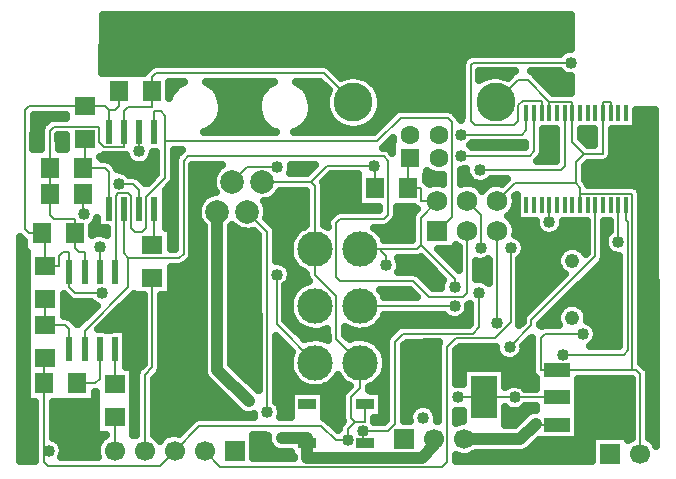
<source format=gbr>
G04 DipTrace 2.4.0.2*
%INBottom.gbr*%
%MOIN*%
%ADD14C,0.006*%
%ADD15C,0.0394*%
%ADD16C,0.025*%
%ADD17R,0.088X0.048*%
%ADD18R,0.0866X0.1417*%
%ADD19R,0.0669X0.0669*%
%ADD20C,0.0669*%
%ADD21R,0.063X0.0709*%
%ADD22R,0.0709X0.063*%
%ADD25R,0.0118X0.0551*%
%ADD26R,0.0689X0.0689*%
%ADD27C,0.0689*%
%ADD28R,0.0236X0.0787*%
%ADD29C,0.1181*%
%ADD30C,0.0787*%
%ADD34R,0.0591X0.0354*%
%ADD35R,0.063X0.063*%
%ADD36C,0.063*%
%ADD37C,0.1299*%
%ADD38C,0.048*%
%ADD39C,0.04*%
%FSLAX44Y44*%
G04*
G70*
G90*
G75*
G01*
%LNBottom*%
%LPD*%
X18262Y12074D2*
D14*
X18747Y12559D1*
Y15722D1*
X18608Y15861D1*
X17041D1*
X16253Y15073D1*
X9181D1*
Y13849D1*
X8542Y13210D1*
Y12179D1*
X8403Y12040D1*
X8181D1*
X8042Y12179D1*
Y13253D1*
X7962Y13333D1*
X7620D1*
X7542Y13255D1*
Y10701D1*
X7508D1*
X9181Y15073D2*
Y15929D1*
X9042Y16068D1*
X8821D1*
Y15388D1*
X7085Y10021D2*
X6188D1*
X5997Y10212D1*
Y10701D1*
X16559Y10940D2*
Y11249D1*
X16390Y11419D1*
Y11472D1*
X17574D1*
X17713Y11611D1*
X18855Y10468D1*
Y10205D1*
X14190Y7690D2*
X12902Y8978D1*
Y10631D1*
X6514Y16241D2*
X7176D1*
X7315Y16102D1*
X7500D1*
X7639Y16241D1*
Y16741D1*
X15690Y11472D2*
X16390D1*
X7315Y16102D2*
X7309Y15388D1*
X5065Y12004D2*
X4641D1*
X4502Y12143D1*
Y16102D1*
X4641Y16241D1*
X6514D1*
X5190Y10919D2*
Y12004D1*
X5065D1*
X5997Y10701D2*
Y11381D1*
X5792D1*
X5653Y11242D1*
Y10919D1*
X5190D1*
X20838Y6535D2*
X22254D1*
X19817D2*
X20838D1*
X18956D2*
X19817D1*
X18262Y13074D2*
X17713Y12525D1*
Y11611D1*
X17289Y13505D2*
X17713D1*
Y13074D1*
X18262D1*
X17339Y14511D2*
X17289Y14461D1*
Y13505D1*
X19684Y14114D2*
X22367D1*
X22506Y14253D1*
Y16012D1*
X19262Y12074D2*
Y10030D1*
X19123Y9891D1*
X17984D1*
X17457Y10418D1*
X15029D1*
X14890Y10557D1*
Y12348D1*
X15029Y12487D1*
X16471D1*
X16610Y12626D1*
Y14430D1*
X16471Y14569D1*
X9939D1*
X9800Y14430D1*
Y11331D1*
X9661Y11193D1*
X7954D1*
Y10216D1*
X6500Y8762D1*
Y8142D1*
X7954Y11193D2*
X7813Y11333D1*
Y12829D1*
X19715Y11521D2*
Y12621D1*
X19262Y13074D1*
X20262Y12074D2*
Y9002D1*
X20240D1*
X22254Y7441D2*
X24745D1*
X24890D1*
X25029Y7302D1*
Y4653D1*
X23108Y8643D2*
X21844D1*
X21705Y8504D1*
Y7441D1*
X22254D1*
X6500Y10701D2*
Y11381D1*
X6306D1*
X6167Y11520D1*
Y12004D1*
X15690Y7692D2*
Y6854D1*
X15377Y6541D1*
Y5864D1*
X15516Y5725D1*
X15281Y5489D1*
Y5106D1*
X16137Y14260D2*
X14591D1*
X14051Y13720D1*
X14190Y13581D1*
Y11470D1*
X5150Y7004D2*
Y7839D1*
X5190D1*
X9503Y4753D2*
X9004Y4254D1*
X5289D1*
X5150Y4393D1*
Y4756D1*
Y7004D1*
X15281Y5106D2*
X14865D1*
X14392Y5579D1*
X10329D1*
X9503Y4753D1*
X15516Y5725D2*
X15860D1*
Y6299D1*
X14190Y11470D2*
Y10629D1*
X14890Y9930D1*
Y8493D1*
X15690Y7692D1*
X14051Y13720D2*
X12427D1*
X16186Y13505D2*
X16167D1*
Y14230D1*
X16137Y14260D1*
X8741Y16741D2*
Y17205D1*
X8880Y17344D1*
X14483D1*
X15461Y16365D1*
X7813Y15388D2*
Y16066D1*
X7954Y16207D1*
X8741D1*
Y16741D1*
X5338Y14190D2*
Y15424D1*
X5477Y15563D1*
X6977D1*
Y15059D1*
X7140Y14896D1*
X7813D1*
Y15388D1*
X5338Y13315D2*
Y14190D1*
X6167Y12004D2*
Y12467D1*
X5477D1*
X5338Y12606D1*
Y13315D1*
X5300Y4756D2*
X5150D1*
X24745Y7441D2*
Y13326D1*
X23018D1*
Y13528D1*
X22879Y13667D1*
X20854D1*
X20262Y13074D1*
X20201Y16365D2*
X20959Y17124D1*
X21267D1*
X21994Y16397D1*
X22762D1*
Y16012D1*
X23018Y13326D2*
Y12941D1*
X22762Y16012D2*
Y15049D1*
X23157Y14654D1*
X22879Y14376D1*
Y13667D1*
X21994Y16397D2*
Y16012D1*
X23157Y14654D2*
X23786D1*
Y16012D1*
Y16397D1*
X24042D1*
Y16012D1*
X24297Y11717D2*
Y12941D1*
X22700Y17696D2*
X19459D1*
X19365Y17603D1*
Y15746D1*
X19504Y15607D1*
X20820D1*
X20959Y15746D1*
Y16268D1*
X21098Y16407D1*
X21738D1*
Y16012D1*
X22453Y7960D2*
X24467D1*
X24606Y8099D1*
Y12391D1*
X24553Y12444D1*
Y12941D1*
X19056Y15298D2*
X21088D1*
X21227Y15437D1*
Y16012D1*
X19056Y14593D2*
X21344D1*
X21482Y14732D1*
Y16012D1*
X20668Y8214D2*
X21394Y8940D1*
Y9100D1*
X23530Y11236D1*
Y12941D1*
X21994Y12387D2*
Y12941D1*
X6252Y7004D2*
X6863D1*
X7004Y7145D1*
Y8142D1*
X7633Y13649D2*
X8130D1*
X8317Y13461D1*
Y12829D1*
X6476Y12637D2*
X6440Y12673D1*
Y13315D1*
X5190Y9816D2*
Y8941D1*
X5863D1*
X5997Y8808D1*
Y8142D1*
X6514Y15139D2*
Y14190D1*
X6440D1*
X7176D1*
X7309Y14057D1*
Y12829D1*
X8764Y11616D2*
X8821D1*
Y12829D1*
X7508Y8142D2*
X7503Y6980D1*
X7004Y10701D2*
X7002Y11551D1*
X8315Y14739D2*
X8317Y15388D1*
X10503Y4753D2*
X11031Y4225D1*
X18431D1*
X18589Y4383D1*
Y8229D1*
X18882Y8522D1*
X20193D1*
X20702Y9032D1*
Y11521D1*
X7503Y5878D2*
Y4753D1*
X18833Y9582D2*
X15690D1*
X19641Y10024D2*
Y8870D1*
X19432Y8661D1*
X17113D1*
X16848Y8396D1*
Y5658D1*
X16605Y5415D1*
X15795D1*
Y5000D1*
X15860D1*
X8503Y4753D2*
Y7274D1*
X8764Y7535D1*
Y10514D1*
X11927Y12720D2*
X12593Y12054D1*
Y6033D1*
X12930Y14222D2*
X11930D1*
X11427Y13720D1*
X22254Y5630D2*
X21566D1*
X21535Y5660D1*
D15*
X21025Y5149D1*
X19159D1*
X11975Y6406D2*
X10927Y7454D1*
Y12720D1*
X13082Y5168D2*
X13931D1*
Y5000D1*
Y4531D1*
X17740D1*
X18159Y4949D1*
Y5149D1*
D39*
X5300Y4756D3*
X17788Y5848D3*
X12902Y10631D3*
X7085Y10021D3*
X20838Y6535D3*
X16559Y10940D3*
X18956Y6535D3*
X18855Y10205D3*
X19715Y11521D3*
X20240Y9002D3*
X15281Y5106D3*
X23108Y8643D3*
X16137Y14260D3*
X6476Y12637D3*
X7633Y13649D3*
X7002Y11551D3*
X8315Y14739D3*
X20702Y11521D3*
X18833Y9582D3*
X19641Y10024D3*
X15795Y5415D3*
X19684Y14114D3*
X12593Y6033D3*
X12930Y14222D3*
X21535Y5660D3*
X11975Y6406D3*
X13082Y5168D3*
X24297Y11717D3*
X22700Y17696D3*
X22453Y7960D3*
X19056Y15298D3*
Y14593D3*
X20668Y8214D3*
X21994Y12387D3*
X7125Y19023D2*
D16*
X22689D1*
X7121Y18774D2*
X22689D1*
X7121Y18525D2*
X22689D1*
X7121Y18277D2*
X22685D1*
X7121Y18028D2*
X22349D1*
X7118Y17779D2*
X19103D1*
X7118Y17531D2*
X8626D1*
X14739D2*
X19044D1*
X14985Y17282D2*
X19044D1*
X19684D2*
X20677D1*
X21551D2*
X22466D1*
X9348Y17033D2*
X9759D1*
X10598D2*
X12759D1*
X13598D2*
X14353D1*
X16110D2*
X19044D1*
X21801D2*
X22677D1*
X9348Y16785D2*
X9446D1*
X10907D2*
X12446D1*
X13907D2*
X14599D1*
X16297D2*
X19044D1*
X22047D2*
X22677D1*
X11051Y16536D2*
X12306D1*
X14051D2*
X14536D1*
X16383D2*
X19044D1*
X11106Y16287D2*
X12251D1*
X14106D2*
X14525D1*
X16399D2*
X19044D1*
X11090Y16039D2*
X12267D1*
X14090D2*
X14583D1*
X16340D2*
X16775D1*
X18871D2*
X19047D1*
X24903D2*
X25501D1*
X4821Y15790D2*
X5263D1*
X10996D2*
X12357D1*
X13996D2*
X14724D1*
X16196D2*
X16529D1*
X24903D2*
X25501D1*
X4821Y15541D2*
X5044D1*
X10801D2*
X12552D1*
X13801D2*
X15040D1*
X15883D2*
X16279D1*
X24903D2*
X25505D1*
X4821Y15293D2*
X5017D1*
X21801D2*
X22185D1*
X23082D2*
X23466D1*
X24106D2*
X25505D1*
X4821Y15044D2*
X5017D1*
X5657D2*
X5868D1*
X21801D2*
X22185D1*
X23207D2*
X23466D1*
X24106D2*
X25505D1*
X21801Y14795D2*
X22185D1*
X24106D2*
X25505D1*
X7043Y14546D2*
X7868D1*
X8762D2*
X8860D1*
X21735D2*
X22185D1*
X24086D2*
X25505D1*
X7512Y14298D2*
X8142D1*
X8489D2*
X8861D1*
X23243D2*
X25509D1*
X7895Y14049D2*
X8861D1*
X10121D2*
X10833D1*
X13387D2*
X13939D1*
X19067D2*
X19200D1*
X23200D2*
X25509D1*
X8418Y13800D2*
X8689D1*
X10121D2*
X10747D1*
X14575D2*
X15583D1*
X17895D2*
X18427D1*
X19067D2*
X19318D1*
X20051D2*
X20544D1*
X23200D2*
X25509D1*
X9325Y13552D2*
X9482D1*
X10121D2*
X10767D1*
X14508D2*
X15583D1*
X19664D2*
X19857D1*
X24961D2*
X25509D1*
X9231Y13303D2*
X9482D1*
X10121D2*
X10599D1*
X12961D2*
X13868D1*
X14508D2*
X15583D1*
X25067D2*
X25509D1*
X9231Y13054D2*
X9482D1*
X10121D2*
X10337D1*
X12520D2*
X13868D1*
X14508D2*
X15583D1*
X25067D2*
X25513D1*
X9231Y12806D2*
X9482D1*
X10121D2*
X10252D1*
X12606D2*
X13868D1*
X14508D2*
X16290D1*
X16930D2*
X17552D1*
X25067D2*
X25513D1*
X9231Y12557D2*
X9482D1*
X10121D2*
X10267D1*
X12590D2*
X13868D1*
X14508D2*
X14658D1*
X16922D2*
X17396D1*
X20657D2*
X20876D1*
X25067D2*
X25513D1*
X9231Y12308D2*
X9482D1*
X10121D2*
X10388D1*
X12782D2*
X13868D1*
X16735D2*
X17392D1*
X20848D2*
X21513D1*
X22477D2*
X23208D1*
X23848D2*
X23978D1*
X25067D2*
X25513D1*
X6774Y12060D2*
X7224D1*
X10121D2*
X10443D1*
X11414D2*
X12146D1*
X12914D2*
X13544D1*
X16336D2*
X17392D1*
X20895D2*
X21638D1*
X22348D2*
X23208D1*
X23848D2*
X23958D1*
X25067D2*
X25513D1*
X10121Y11811D2*
X10443D1*
X11414D2*
X12275D1*
X12914D2*
X13380D1*
X16500D2*
X17392D1*
X21090D2*
X23208D1*
X25067D2*
X25517D1*
X4368Y11562D2*
X4464D1*
X10121D2*
X10443D1*
X11414D2*
X12275D1*
X12914D2*
X13314D1*
X21192D2*
X22579D1*
X22938D2*
X23208D1*
X25067D2*
X25517D1*
X4368Y11314D2*
X4547D1*
X10118D2*
X10443D1*
X11414D2*
X12275D1*
X12914D2*
X13325D1*
X18454D2*
X18943D1*
X21145D2*
X22286D1*
X23848D2*
X24044D1*
X25067D2*
X25517D1*
X4368Y11065D2*
X4547D1*
X9977D2*
X10443D1*
X11414D2*
X12275D1*
X13094D2*
X13411D1*
X17032D2*
X17818D1*
X18700D2*
X18943D1*
X19829D2*
X19943D1*
X21024D2*
X22232D1*
X23793D2*
X24286D1*
X25067D2*
X25517D1*
X4368Y10816D2*
X4547D1*
X9407D2*
X10443D1*
X11414D2*
X12275D1*
X13352D2*
X13614D1*
X17032D2*
X18064D1*
X19582D2*
X19943D1*
X21024D2*
X22306D1*
X23551D2*
X24286D1*
X25067D2*
X25517D1*
X4368Y10567D2*
X4547D1*
X9407D2*
X10443D1*
X11414D2*
X12275D1*
X13387D2*
X13876D1*
X17750D2*
X18314D1*
X19582D2*
X19943D1*
X21024D2*
X22419D1*
X23305D2*
X24286D1*
X25067D2*
X25517D1*
X4368Y10319D2*
X4547D1*
X9407D2*
X10443D1*
X11414D2*
X12275D1*
X13270D2*
X13736D1*
X17996D2*
X18380D1*
X21024D2*
X22169D1*
X23055D2*
X24286D1*
X25067D2*
X25521D1*
X4371Y10070D2*
X4547D1*
X9407D2*
X10443D1*
X11414D2*
X12275D1*
X13223D2*
X13466D1*
X16418D2*
X17364D1*
X21024D2*
X21923D1*
X22805D2*
X24286D1*
X25067D2*
X25521D1*
X4371Y9821D2*
X4547D1*
X5832D2*
X5946D1*
X8000D2*
X8443D1*
X9082D2*
X10443D1*
X11414D2*
X12275D1*
X13223D2*
X13345D1*
X21024D2*
X21673D1*
X22559D2*
X24286D1*
X25067D2*
X25521D1*
X4371Y9573D2*
X4547D1*
X5832D2*
X6868D1*
X7754D2*
X8443D1*
X9082D2*
X10443D1*
X11414D2*
X12275D1*
X13223D2*
X13310D1*
X21024D2*
X21423D1*
X22309D2*
X22414D1*
X23102D2*
X24286D1*
X25067D2*
X25521D1*
X4371Y9324D2*
X4547D1*
X5832D2*
X6622D1*
X7504D2*
X8443D1*
X9082D2*
X10443D1*
X11414D2*
X12275D1*
X13223D2*
X13349D1*
X19243D2*
X19324D1*
X21024D2*
X21173D1*
X22059D2*
X22251D1*
X23270D2*
X24286D1*
X25067D2*
X25521D1*
X4371Y9075D2*
X4547D1*
X6172D2*
X6372D1*
X7254D2*
X8443D1*
X9082D2*
X10443D1*
X11414D2*
X12275D1*
X13246D2*
X13474D1*
X16403D2*
X19321D1*
X21813D2*
X22239D1*
X23305D2*
X24286D1*
X25067D2*
X25525D1*
X4371Y8827D2*
X4547D1*
X7008D2*
X8443D1*
X9082D2*
X10443D1*
X11414D2*
X12275D1*
X13496D2*
X13759D1*
X16118D2*
X16837D1*
X23559D2*
X24286D1*
X25067D2*
X25525D1*
X4371Y8578D2*
X4547D1*
X7914D2*
X8443D1*
X9082D2*
X10443D1*
X11414D2*
X12275D1*
X13743D2*
X14571D1*
X15246D2*
X16591D1*
X23594D2*
X24286D1*
X25067D2*
X25525D1*
X4371Y8329D2*
X4547D1*
X7914D2*
X8443D1*
X9082D2*
X10443D1*
X11414D2*
X12275D1*
X12914D2*
X13111D1*
X16286D2*
X16529D1*
X17223D2*
X18286D1*
X21227D2*
X21384D1*
X23477D2*
X24286D1*
X25067D2*
X25525D1*
X4375Y8081D2*
X4547D1*
X7914D2*
X8443D1*
X9082D2*
X10443D1*
X11414D2*
X12275D1*
X12914D2*
X13357D1*
X17168D2*
X18267D1*
X18907D2*
X20196D1*
X21137D2*
X21384D1*
X25067D2*
X25525D1*
X4375Y7832D2*
X4547D1*
X7914D2*
X8443D1*
X9082D2*
X10443D1*
X11414D2*
X12275D1*
X12914D2*
X13321D1*
X17168D2*
X18267D1*
X18907D2*
X20380D1*
X20957D2*
X21384D1*
X25067D2*
X25529D1*
X4375Y7583D2*
X4547D1*
X7914D2*
X8372D1*
X9082D2*
X10443D1*
X11477D2*
X12275D1*
X12914D2*
X13318D1*
X17168D2*
X18267D1*
X18907D2*
X21384D1*
X25188D2*
X25529D1*
X4375Y7335D2*
X4547D1*
X9004D2*
X10458D1*
X11723D2*
X12275D1*
X12914D2*
X13388D1*
X17168D2*
X18267D1*
X18907D2*
X19095D1*
X20539D2*
X21404D1*
X25348D2*
X25529D1*
X4375Y7086D2*
X4547D1*
X8825D2*
X10618D1*
X11973D2*
X12275D1*
X12914D2*
X13560D1*
X14821D2*
X15064D1*
X16317D2*
X16529D1*
X17168D2*
X18267D1*
X18907D2*
X19095D1*
X20539D2*
X21525D1*
X22985D2*
X24708D1*
X25348D2*
X25529D1*
X4375Y6837D2*
X4547D1*
X8825D2*
X10868D1*
X12914D2*
X14103D1*
X14278D2*
X15232D1*
X16008D2*
X16529D1*
X17168D2*
X18267D1*
X21215D2*
X21525D1*
X22985D2*
X24708D1*
X25348D2*
X25529D1*
X4375Y6588D2*
X4547D1*
X8825D2*
X11114D1*
X12914D2*
X13345D1*
X14516D2*
X15060D1*
X16446D2*
X16530D1*
X17168D2*
X18267D1*
X22985D2*
X24708D1*
X25348D2*
X25532D1*
X4375Y6340D2*
X4829D1*
X5469D2*
X6857D1*
X8825D2*
X11364D1*
X12969D2*
X13345D1*
X14516D2*
X15056D1*
X16446D2*
X16530D1*
X17168D2*
X18267D1*
X22985D2*
X24708D1*
X25348D2*
X25532D1*
X4375Y6091D2*
X4829D1*
X5469D2*
X6857D1*
X8825D2*
X11607D1*
X13079D2*
X13345D1*
X14516D2*
X15056D1*
X16446D2*
X16530D1*
X17168D2*
X17368D1*
X20539D2*
X20674D1*
X21000D2*
X21337D1*
X22985D2*
X24708D1*
X25348D2*
X25532D1*
X4379Y5842D2*
X4829D1*
X5469D2*
X6857D1*
X8825D2*
X10173D1*
X14551D2*
X15060D1*
X16180D2*
X16529D1*
X17168D2*
X17299D1*
X18907D2*
X19095D1*
X20539D2*
X21040D1*
X22985D2*
X24708D1*
X25348D2*
X25532D1*
X4379Y5594D2*
X4829D1*
X5469D2*
X6857D1*
X8825D2*
X9904D1*
X14821D2*
X14982D1*
X22985D2*
X24708D1*
X25348D2*
X25532D1*
X4379Y5345D2*
X4829D1*
X5469D2*
X6857D1*
X8825D2*
X9384D1*
X22985D2*
X24708D1*
X25348D2*
X25536D1*
X4379Y5096D2*
X4829D1*
X5641D2*
X6986D1*
X12129D2*
X12599D1*
X21649D2*
X23404D1*
X25457D2*
X25537D1*
X4379Y4848D2*
X4818D1*
X5782D2*
X6888D1*
X12129D2*
X12720D1*
X21403D2*
X23404D1*
X4379Y4599D2*
X4829D1*
X5762D2*
X6900D1*
X12129D2*
X13345D1*
X19422D2*
X23404D1*
X22959Y7145D2*
X22955Y6936D1*
X22959Y6665D1*
X22955Y6030D1*
X22959Y5760D1*
Y5125D1*
X21650D1*
X21352Y4823D1*
X21252Y4748D1*
X21100Y4694D1*
X20775Y4688D1*
X19545D1*
X19461Y4632D1*
X19348Y4580D1*
X19226Y4554D1*
X19101Y4553D1*
X18979Y4578D1*
X18882Y4620D1*
X18884Y4410D1*
X23430Y4407D1*
X23429Y5252D1*
X24629D1*
Y5100D1*
X24737Y5174D1*
X24734Y6403D1*
Y7149D1*
X23370Y7146D1*
X22960D1*
X22959Y6915D1*
X21550Y6936D2*
X21549Y7190D1*
X21484Y7245D1*
X21423Y7358D1*
X21410Y7441D1*
X21411Y8508D1*
X21338Y8466D1*
X21131Y8259D1*
X21133Y8214D1*
X21117Y8090D1*
X21068Y7975D1*
X20990Y7878D1*
X20889Y7805D1*
X20773Y7761D1*
X20649Y7749D1*
X20526Y7771D1*
X20414Y7825D1*
X20319Y7906D1*
X20250Y8010D1*
X20211Y8128D1*
X20206Y8226D1*
X19002Y8227D1*
X18884Y8104D1*
Y6991D1*
X19015Y6997D1*
X19117Y6969D1*
X19119Y7509D1*
X20515D1*
Y6872D1*
X20653Y6962D1*
X20773Y6996D1*
X20897Y6997D1*
X21018Y6964D1*
X21125Y6901D1*
X21193Y6831D1*
X21553Y6830D1*
X21549Y7040D1*
X21553D1*
X21549Y6128D2*
Y6237D1*
X21196Y6240D1*
X21160Y6200D1*
X21059Y6126D1*
X20943Y6082D1*
X20818Y6071D1*
X20696Y6093D1*
X20583Y6146D1*
X20516Y6205D1*
X20515Y5609D1*
X20835Y5611D1*
X21243Y6022D1*
X21350Y6086D1*
X21470Y6120D1*
X21549Y6125D1*
X21553Y6135D1*
X19119Y5745D2*
Y6097D1*
X19061Y6082D1*
X18937Y6071D1*
X18887Y6080D1*
X18884Y5678D1*
X18962Y5716D1*
X19119Y5745D1*
X12103Y5286D2*
Y4521D1*
X13472Y4520D1*
X13469Y4558D1*
X13371D1*
Y4710D1*
X13063Y4704D1*
X12940Y4726D1*
X12828Y4779D1*
X12733Y4861D1*
X12664Y4965D1*
X12625Y5083D1*
X12619Y5208D1*
X12627Y5242D1*
X12517Y5284D1*
X12099D1*
X9003Y5080D2*
X9094Y5191D1*
X9193Y5266D1*
X9306Y5319D1*
X9428Y5348D1*
X9553Y5351D1*
X9664Y5330D1*
X10120Y5788D1*
X10228Y5856D1*
X10329Y5874D1*
X12153D1*
X12135Y5968D1*
X12080Y5953D1*
X11956Y5942D1*
X11833Y5963D1*
X11721Y6017D1*
X11560Y6168D1*
X10601Y7128D1*
X10525Y7227D1*
X10472Y7379D1*
X10466Y7704D1*
Y12247D1*
X10413Y12308D1*
X10345Y12413D1*
X10297Y12528D1*
X10272Y12651D1*
X10271Y12775D1*
X10293Y12898D1*
X10339Y13015D1*
X10405Y13120D1*
X10490Y13212D1*
X10590Y13286D1*
X10703Y13339D1*
X10867Y13373D1*
X10797Y13528D1*
X10772Y13651D1*
X10771Y13775D1*
X10793Y13898D1*
X10839Y14015D1*
X10905Y14120D1*
X10990Y14212D1*
X11075Y14274D1*
X10092D1*
X10095Y12430D1*
Y11331D1*
X10066Y11207D1*
X10008Y11123D1*
X9869Y10984D1*
X9761Y10916D1*
X9661Y10897D1*
X9383D1*
Y9934D1*
X9059D1*
Y7535D1*
X9031Y7410D1*
X8973Y7326D1*
X8798Y7149D1*
Y5278D1*
X8893Y5208D1*
X8979Y5118D1*
X9001Y5081D1*
X6942Y4550D2*
X6918Y4621D1*
X6904Y4744D1*
X6915Y4869D1*
X6951Y4988D1*
X7012Y5097D1*
X7094Y5191D1*
X7211Y5275D1*
X7122Y5298D1*
X6883D1*
X6887Y6458D1*
X6883Y6401D1*
Y6709D1*
X6836D1*
X6832Y6384D1*
X5673Y6388D1*
X5730Y6384D1*
X5445Y6379D1*
Y5195D1*
X5479Y5185D1*
X5587Y5122D1*
X5673Y5032D1*
X5734Y4923D1*
X5765Y4756D1*
X5748Y4632D1*
X5713Y4550D1*
X6941Y4549D1*
X17869Y13933D2*
Y13754D1*
X17956Y13672D1*
X18022Y13634D1*
X18141Y13672D1*
X18265Y13684D1*
X18389Y13670D1*
X18452Y13650D1*
Y13946D1*
X18359Y13932D1*
X18234Y13938D1*
X18114Y13970D1*
X18003Y14028D1*
X17919Y14091D1*
Y13931D1*
X17868D1*
X17482Y12886D2*
X16904D1*
X16905Y12626D1*
X16877Y12501D1*
X16819Y12417D1*
X16680Y12278D1*
X16572Y12210D1*
X16471Y12192D1*
X16155D1*
X16237Y12129D1*
X16327Y12043D1*
X16404Y11944D1*
X16465Y11835D1*
X16491Y11766D1*
X17417Y11767D1*
Y12525D1*
X17446Y12649D1*
X17504Y12734D1*
X17578Y12808D1*
X17489Y12882D1*
X16317Y12886D2*
X15606D1*
Y13968D1*
X14711Y13965D1*
X14455Y13706D1*
X14481Y13632D1*
X14485Y13331D1*
Y12272D1*
X14598Y12220D1*
X14595Y12348D1*
X14623Y12472D1*
X14681Y12556D1*
X14820Y12695D1*
X14928Y12763D1*
X15029Y12782D1*
X16314D1*
X16315Y12887D1*
X4730Y6384D2*
X4570D1*
X4574Y7623D1*
X4571Y8009D1*
X4575Y8419D1*
X4571Y8361D1*
X4575Y9521D1*
X4571Y9611D1*
X4575Y10396D1*
X4571Y10339D1*
Y11382D1*
X4485Y11384D1*
Y11755D1*
X4433Y11795D1*
X4343Y11885D1*
X4356Y4427D1*
X4852D1*
X4855Y4623D1*
X4843Y4671D1*
X4836Y4795D1*
X4856Y4882D1*
X4855Y6384D1*
X4730D1*
X5806Y9521D2*
X5809Y9236D1*
X5863D1*
X5988Y9208D1*
X6072Y9150D1*
X6242Y8971D1*
X6292D1*
X6913Y9592D1*
X6830Y9632D1*
X6730Y9723D1*
X6188Y9725D1*
X6064Y9754D1*
X5980Y9812D1*
X5811Y9980D1*
X5809Y9236D1*
X5860Y14806D2*
X5883Y14809D1*
X5895D1*
Y15266D1*
X5630Y15268D1*
X5633Y14809D1*
X5883D1*
X4801D2*
X5043Y14815D1*
Y15424D1*
X5071Y15548D1*
X5129Y15632D1*
X5268Y15771D1*
X5376Y15839D1*
X5477Y15858D1*
X5895D1*
X5889Y15946D1*
X4799D1*
X4797Y14809D1*
X8118Y6458D2*
X8122Y6208D1*
Y5298D1*
X8208Y5273D1*
Y6378D1*
X7895Y7560D2*
X8122D1*
X8118Y6401D1*
X8208Y6378D1*
Y7274D1*
X8236Y7398D1*
X8294Y7482D1*
X8469Y7660D1*
Y9937D1*
X8145Y9934D1*
Y9993D1*
X6956Y8800D1*
X7387Y8797D1*
X7500Y8801D1*
X7891D1*
Y7563D1*
X9203Y12196D2*
X9383D1*
Y11489D1*
X9505Y11488D1*
Y14430D1*
X9533Y14554D1*
X9591Y14638D1*
X9733Y14779D1*
X9475Y14778D1*
X9476Y13849D1*
X9448Y13725D1*
X9390Y13641D1*
X9205Y13456D1*
X9204Y12198D1*
X7094Y17361D2*
X8219Y17357D1*
X8161Y17361D1*
X8493D1*
X8533Y17413D1*
X8672Y17552D1*
X8780Y17620D1*
X8880Y17639D1*
X14483D1*
X14607Y17610D1*
X14691Y17552D1*
X15059Y17185D1*
X15157Y17228D1*
X15277Y17261D1*
X15401Y17278D1*
X15526D1*
X15650Y17260D1*
X15770Y17226D1*
X15884Y17176D1*
X15991Y17111D1*
X16087Y17031D1*
X16172Y16940D1*
X16244Y16838D1*
X16301Y16726D1*
X16342Y16609D1*
X16367Y16486D1*
X16375Y16365D1*
X16367Y16241D1*
X16341Y16118D1*
X16300Y16001D1*
X16242Y15890D1*
X16170Y15788D1*
X16085Y15697D1*
X15988Y15618D1*
X15881Y15553D1*
X15766Y15503D1*
X15646Y15470D1*
X15522Y15453D1*
X15397D1*
X15274Y15470D1*
X15153Y15504D1*
X15039Y15554D1*
X14932Y15619D1*
X14836Y15698D1*
X14750Y15789D1*
X14679Y15892D1*
X14621Y16003D1*
X14580Y16120D1*
X14555Y16243D1*
X14546Y16367D1*
X14555Y16492D1*
X14581Y16614D1*
X14643Y16770D1*
X14360Y17049D1*
X13541Y17048D1*
X13641Y16996D1*
X13743Y16925D1*
X13835Y16840D1*
X13914Y16744D1*
X13980Y16637D1*
X14029Y16523D1*
X14063Y16403D1*
X14082Y16220D1*
X14073Y16095D1*
X14048Y15973D1*
X14005Y15855D1*
X13947Y15745D1*
X13874Y15643D1*
X13788Y15553D1*
X13691Y15475D1*
X13583Y15411D1*
X13479Y15367D1*
X16132Y15370D1*
X16832Y16070D1*
X16940Y16138D1*
X17041Y16156D1*
X18608D1*
X18732Y16128D1*
X18816Y16070D1*
X18955Y15931D1*
X19023Y15823D1*
X19037Y15772D1*
X19070Y15871D1*
Y17603D1*
X19098Y17727D1*
X19129Y17780D1*
X19250Y17905D1*
X19321Y17957D1*
X19407Y17987D1*
X19709Y17992D1*
X22337D1*
X22407Y18058D1*
X22514Y18123D1*
X22634Y18157D1*
X22708D1*
X22716Y19272D1*
X7100Y19269D1*
X7093Y17359D1*
X9321Y17052D2*
Y16513D1*
X9363Y16614D1*
X9425Y16722D1*
X9501Y16821D1*
X9591Y16908D1*
X9691Y16983D1*
X9819Y17049D1*
X9323Y17048D1*
X6747Y12260D2*
Y11939D1*
X6817Y11977D1*
X6937Y12011D1*
X7061Y12012D1*
X7182Y11980D1*
X7246Y11943D1*
X7247Y12174D1*
X6926Y12170D1*
X6924Y12513D1*
X6875Y12399D1*
X6798Y12301D1*
X6744Y12262D1*
X24000Y12401D2*
X23973Y12405D1*
X23854Y12401D1*
X23823D1*
X23825Y11236D1*
X23796Y11111D1*
X23738Y11027D1*
X21692Y8980D1*
X21689Y8936D1*
X21744Y8920D1*
X21844Y8938D1*
X22317D1*
X22262Y9096D1*
X22256Y9220D1*
X22281Y9342D1*
X22335Y9455D1*
X22415Y9550D1*
X22516Y9624D1*
X22631Y9670D1*
X22755Y9686D1*
X22879Y9672D1*
X22995Y9628D1*
X23098Y9556D1*
X23179Y9462D1*
X23235Y9351D1*
X23264Y9181D1*
X23252Y9085D1*
X23395Y9009D1*
X23482Y8920D1*
X23542Y8811D1*
X23573Y8643D1*
X23557Y8520D1*
X23508Y8405D1*
X23430Y8308D1*
X23358Y8255D1*
X24308D1*
X24311Y9224D1*
Y11251D1*
X24155Y11275D1*
X24043Y11329D1*
X23948Y11410D1*
X23879Y11514D1*
X23840Y11632D1*
X23834Y11757D1*
X23861Y11878D1*
X23920Y11988D1*
X24003Y12076D1*
X24002Y12401D1*
X23866D1*
X23233D2*
X23206Y12405D1*
X23092Y12401D1*
X22694Y12405D1*
X22580Y12401D1*
X22459D1*
X22443Y12263D1*
X22394Y12149D1*
X22316Y12051D1*
X22215Y11978D1*
X22099Y11934D1*
X21975Y11922D1*
X21852Y11944D1*
X21739Y11998D1*
X21645Y12080D1*
X21576Y12183D1*
X21537Y12302D1*
X21532Y12399D1*
X21414Y12405D1*
X21301Y12401D1*
X20903D1*
Y13295D1*
X20850Y13245D1*
X20871Y13074D1*
X20858Y12950D1*
X20821Y12831D1*
X20759Y12722D1*
X20677Y12628D1*
X20606Y12574D1*
X20710Y12487D1*
X20784Y12388D1*
X20837Y12274D1*
X20866Y12153D1*
X20871Y12074D1*
X20860Y11962D1*
X20989Y11887D1*
X21076Y11797D1*
X21136Y11688D1*
X21167Y11521D1*
X21151Y11397D1*
X21102Y11283D1*
X21024Y11185D1*
X20996Y11164D1*
X20997Y9028D1*
X20990Y8953D1*
X21098Y9060D1*
X21119Y9205D1*
X21186Y9309D1*
X22514Y10638D1*
X22451Y10682D1*
X22362Y10769D1*
X22298Y10876D1*
X22262Y10996D1*
X22256Y11120D1*
X22281Y11242D1*
X22335Y11355D1*
X22415Y11450D1*
X22516Y11524D1*
X22631Y11570D1*
X22755Y11586D1*
X22879Y11572D1*
X22995Y11528D1*
X23098Y11456D1*
X23179Y11362D1*
X23198Y11324D1*
X23235Y11361D1*
Y12404D1*
X22950Y12401D1*
X22461D1*
X22211Y15472D2*
X22062Y15474D1*
X21812Y15472D1*
X21775D1*
X21778Y14732D1*
X21749Y14608D1*
X21691Y14524D1*
X21576Y14408D1*
X22212Y14409D1*
X22211Y15468D1*
X22182Y15472D1*
X21818D1*
X23490D2*
X23342Y15474D1*
X23092Y15472D1*
X23055D1*
X23059Y15169D1*
X23282Y14949D1*
X23489D1*
X23491Y15470D1*
X23462Y15476D1*
X23348Y15472D1*
X23098D1*
X24621Y15474D2*
X24121Y15472D1*
X24078D1*
X24081Y14654D1*
X24055Y14533D1*
X23981Y14433D1*
X23869Y14372D1*
X23786Y14359D1*
X23277Y14357D1*
X23174Y14251D1*
X23176Y13787D1*
X23227Y13736D1*
X23294Y13628D1*
X23263Y13690D1*
X23393Y13621D1*
X24745D1*
X24867Y13595D1*
X24966Y13521D1*
X25027Y13409D1*
X25040Y13326D1*
Y7697D1*
X25187Y7561D1*
X25238Y7510D1*
X25305Y7402D1*
X25324Y7302D1*
Y5173D1*
X25419Y5108D1*
X25505Y5017D1*
X25560Y4928D1*
X25527Y16103D1*
X24881Y16110D1*
X24877Y15472D1*
X24229Y15476D1*
X24116Y15472D1*
X18871Y11609D2*
Y11465D1*
X18273D1*
X18968Y10772D1*
X18967Y11541D1*
X18873Y11605D1*
X19764Y13421D2*
X19818Y13492D1*
X19913Y13574D1*
X20022Y13634D1*
X20141Y13672D1*
X20265Y13684D1*
X20389Y13670D1*
X20430Y13657D1*
X20589Y13819D1*
X20043D1*
X20006Y13779D1*
X19905Y13705D1*
X19789Y13661D1*
X19665Y13650D1*
X19542Y13672D1*
X19429Y13726D1*
X19335Y13807D1*
X19266Y13911D1*
X19227Y14029D1*
X19222Y14158D1*
X19160Y14140D1*
X19040Y14129D1*
X19042Y13640D1*
X19141Y13672D1*
X19265Y13684D1*
X19389Y13670D1*
X19508Y13632D1*
X19616Y13570D1*
X19710Y13487D1*
X19759Y13422D1*
X8888Y14729D2*
X8778D1*
X8886Y14728D1*
X8763Y14615D1*
X8714Y14500D1*
X8637Y14403D1*
X8536Y14330D1*
X8420Y14286D1*
X8295Y14274D1*
X8173Y14296D1*
X8060Y14350D1*
X7966Y14431D1*
X7897Y14535D1*
X7874Y14605D1*
X7563Y14601D1*
X7136Y14602D1*
X7133Y14559D1*
X7020D1*
X7065Y14485D1*
X7176D1*
X7301Y14457D1*
X7385Y14399D1*
X7518Y14266D1*
X7586Y14158D1*
X7554Y14220D1*
X7692Y14110D1*
X7813Y14078D1*
X7920Y14015D1*
X7988Y13945D1*
X8130Y13944D1*
X8254Y13915D1*
X8338Y13857D1*
X8528Y13667D1*
X8599Y13684D1*
X8886Y13974D1*
Y14724D1*
X14940Y7283D2*
X14904Y7218D1*
X14827Y7119D1*
X14737Y7033D1*
X14636Y6960D1*
X14525Y6903D1*
X14407Y6863D1*
X14284Y6840D1*
X14159Y6835D1*
X14035Y6849D1*
X13914Y6880D1*
X13799Y6929D1*
X13692Y6994D1*
X13596Y7074D1*
X13513Y7167D1*
X13444Y7271D1*
X13391Y7385D1*
X13355Y7504D1*
X13337Y7628D1*
Y7753D1*
X13355Y7876D1*
X13416Y8049D1*
X12890Y8573D1*
X12888Y7429D1*
Y6394D1*
X12967Y6310D1*
X13027Y6201D1*
X13058Y6033D1*
X13041Y5910D1*
X13025Y5870D1*
X13372Y5874D1*
X13371Y6741D1*
X14491D1*
X14487Y5857D1*
X14561Y5821D1*
X14777Y5611D1*
X14951Y5437D1*
X14985Y5489D1*
X15014Y5613D1*
X15072Y5697D1*
X15113Y5739D1*
X15087Y5812D1*
X15082Y6114D1*
Y6541D1*
X15111Y6665D1*
X15169Y6750D1*
X15332Y6913D1*
X15192Y6996D1*
X15096Y7076D1*
X15013Y7169D1*
X14943Y7277D1*
X13831Y8465D2*
X13914Y8500D1*
X14035Y8531D1*
X14159Y8545D1*
X14284Y8541D1*
X14406Y8518D1*
X14525Y8478D1*
X14598Y8440D1*
X14595Y8825D1*
X14407Y8752D1*
X14284Y8730D1*
X14159Y8725D1*
X14035Y8739D1*
X13914Y8770D1*
X13799Y8819D1*
X13692Y8884D1*
X13596Y8964D1*
X13513Y9057D1*
X13444Y9161D1*
X13391Y9274D1*
X13355Y9394D1*
X13337Y9517D1*
Y9642D1*
X13355Y9766D1*
X13391Y9885D1*
X13444Y9999D1*
X13513Y10103D1*
X13596Y10196D1*
X13692Y10276D1*
X13799Y10341D1*
X13914Y10390D1*
X13993Y10410D1*
X13914Y10528D1*
X13895Y10629D1*
Y10664D1*
X13799Y10709D1*
X13692Y10774D1*
X13596Y10854D1*
X13513Y10947D1*
X13444Y11051D1*
X13391Y11164D1*
X13355Y11284D1*
X13337Y11407D1*
Y11532D1*
X13355Y11656D1*
X13391Y11775D1*
X13444Y11888D1*
X13513Y11992D1*
X13596Y12085D1*
X13692Y12165D1*
X13799Y12230D1*
X13896Y12272D1*
X13895Y13427D1*
X13016Y13425D1*
X12982Y13365D1*
X12905Y13266D1*
X12811Y13184D1*
X12703Y13122D1*
X12585Y13080D1*
X12489Y13066D1*
X12534Y12976D1*
X12572Y12857D1*
X12586Y12720D1*
X12574Y12595D1*
X12551Y12517D1*
X12802Y12263D1*
X12870Y12155D1*
X12888Y12054D1*
Y11097D1*
X12961Y11092D1*
X13081Y11060D1*
X13189Y10997D1*
X13276Y10908D1*
X13336Y10799D1*
X13367Y10631D1*
X13350Y10508D1*
X13301Y10393D1*
X13224Y10296D1*
X13195Y10275D1*
X13197Y9104D1*
X13832Y8466D1*
X16491Y9288D2*
X16465Y9219D1*
X16404Y9110D1*
X16327Y9011D1*
X16237Y8924D1*
X16136Y8852D1*
X16025Y8795D1*
X15907Y8754D1*
X15784Y8732D1*
X15659Y8727D1*
X15535Y8741D1*
X15414Y8772D1*
X15299Y8821D1*
X15183Y8894D1*
X15187Y8613D1*
X15333Y8467D1*
X15414Y8502D1*
X15535Y8533D1*
X15659Y8547D1*
X15784Y8542D1*
X15906Y8520D1*
X16025Y8479D1*
X16136Y8422D1*
X16237Y8350D1*
X16327Y8263D1*
X16404Y8164D1*
X16465Y8055D1*
X16509Y7939D1*
X16536Y7817D1*
X16546Y7692D1*
X16537Y7568D1*
X16509Y7446D1*
X16465Y7329D1*
X16404Y7220D1*
X16327Y7121D1*
X16237Y7035D1*
X16136Y6962D1*
X15984Y6891D1*
X15979Y6796D1*
X16050Y6741D1*
X16420D1*
Y5857D1*
X16159D1*
X16154Y5721D1*
X16170Y5710D1*
X16484Y5712D1*
X16553Y5783D1*
Y8396D1*
X16581Y8520D1*
X16639Y8604D1*
X16905Y8870D1*
X17013Y8938D1*
X17113Y8956D1*
X19311Y8958D1*
X19346Y8995D1*
Y9663D1*
X19295Y9628D1*
X19281Y9458D1*
X19232Y9344D1*
X19154Y9246D1*
X19054Y9173D1*
X18937Y9129D1*
X18813Y9117D1*
X18690Y9139D1*
X18578Y9193D1*
X18477Y9284D1*
X17458Y9287D1*
X16493D1*
X16349Y10125D2*
X16404Y10054D1*
X16465Y9945D1*
X16491Y9876D1*
X17585Y9877D1*
X17332Y10123D1*
X16351D1*
X17141Y5749D2*
X17337D1*
X17325Y5887D1*
X17352Y6009D1*
X17410Y6119D1*
X17496Y6209D1*
X17603Y6274D1*
X17723Y6308D1*
X17847Y6309D1*
X17968Y6277D1*
X18075Y6214D1*
X18162Y6124D1*
X18222Y6015D1*
X18253Y5848D1*
X18239Y5744D1*
X18294Y5758D1*
Y8229D1*
X18322Y8353D1*
X18307Y8366D1*
X17234Y8364D1*
X17143Y8271D1*
Y5746D1*
X12133Y12097D2*
X12085Y12080D1*
X11962Y12062D1*
X11837Y12067D1*
X11716Y12096D1*
X11602Y12147D1*
X11500Y12219D1*
X11426Y12294D1*
X11390Y12254D1*
X11389Y7645D1*
X12266Y6768D1*
X12298Y6783D1*
X12296Y11934D1*
X12133Y12097D1*
X11073Y16095D2*
X11048Y15973D1*
X11005Y15855D1*
X10947Y15745D1*
X10874Y15643D1*
X10788Y15553D1*
X10691Y15475D1*
X10583Y15411D1*
X10479Y15367D1*
X12873Y15368D1*
X12742Y15426D1*
X12637Y15494D1*
X12542Y15575D1*
X12459Y15669D1*
X12390Y15773D1*
X12336Y15886D1*
X12298Y16005D1*
X12277Y16128D1*
X12273Y16252D1*
X12286Y16377D1*
X12316Y16498D1*
X12363Y16614D1*
X12425Y16722D1*
X12501Y16821D1*
X12591Y16908D1*
X12691Y16983D1*
X12819Y17049D1*
X10541Y17048D1*
X10641Y16996D1*
X10743Y16925D1*
X10835Y16840D1*
X10914Y16744D1*
X10980Y16637D1*
X11029Y16523D1*
X11063Y16403D1*
X11082Y16220D1*
X11073Y16095D1*
X16759Y14701D2*
Y15091D1*
X16794D1*
X16775Y15178D1*
X16458Y14862D1*
X16596Y14835D1*
X16680Y14777D1*
X16760Y14697D1*
X19660Y17102D2*
X19783Y17179D1*
X19897Y17228D1*
X20018Y17261D1*
X20141Y17278D1*
X20266D1*
X20390Y17260D1*
X20510Y17226D1*
X20607Y17184D1*
X20751Y17332D1*
X20859Y17400D1*
X19657Y17401D1*
X19660Y17099D1*
X17008Y10817D2*
X16963Y10713D1*
X17457D1*
X17581Y10685D1*
X17665Y10627D1*
X18109Y10186D1*
X18394D1*
X18392Y10244D1*
X18419Y10366D1*
X18461Y10445D1*
X17699Y11207D1*
X17625Y11181D1*
X17324Y11177D1*
X16960D1*
X16993Y11108D1*
X17024Y10940D1*
X17008Y10817D1*
X19964Y11132D2*
X19936Y11112D1*
X19819Y11068D1*
X19695Y11056D1*
X19555Y11086D1*
X19557Y10484D1*
X19700Y10486D1*
X19820Y10453D1*
X19927Y10390D1*
X19968Y10348D1*
X19967Y11131D1*
X13378Y14099D2*
X13343Y14016D1*
X13931Y14017D1*
X14188Y14274D1*
X13393Y14268D1*
X13378Y14099D1*
X22707Y17235D2*
X22557Y17254D1*
X22445Y17308D1*
X22344Y17399D1*
X21368Y17401D1*
X21436Y17366D1*
X21652Y17156D1*
X22119Y16692D1*
X22701D1*
X22705Y17233D1*
X19409Y15002D2*
X19355Y14947D1*
X19431Y14888D1*
X21185D1*
X21187Y15017D1*
X21088Y15003D1*
X19412D1*
D17*
X22254Y7441D3*
Y6535D3*
Y5630D3*
D18*
X19817Y6535D3*
D19*
X11503Y4753D3*
D20*
X10503D3*
X9503D3*
X8503D3*
X7503D3*
D21*
X17289Y13505D3*
X16186D3*
X6440Y13315D3*
X5338D3*
X6252Y7004D3*
X5150D3*
D22*
X5190Y8941D3*
Y7839D3*
D21*
X6440Y14190D3*
X5338D3*
D22*
X7503Y5878D3*
Y6980D3*
X8764Y10514D3*
Y11616D3*
D21*
X7639Y16741D3*
X8741D3*
X5065Y12004D3*
X6167D3*
D25*
X24553Y12941D3*
X24297D3*
X24042D3*
X23786D3*
X23530D3*
X23274D3*
X23018D3*
X22762D3*
X22506D3*
X22250D3*
X21994D3*
X21738D3*
X21482D3*
X21227D3*
Y16012D3*
X21482D3*
X21738D3*
X21994D3*
X22250D3*
X22506D3*
X22762D3*
X23018D3*
X23274D3*
X23530D3*
X23786D3*
X24042D3*
X24297D3*
X24553D3*
D26*
X18262Y12074D3*
D27*
X19262D3*
X20262D3*
Y13074D3*
X19262D3*
X18262D3*
D28*
X5997Y10701D3*
X6500D3*
X7004D3*
X7508D3*
Y8142D3*
X7004D3*
X6500D3*
X5997D3*
X7309Y15388D3*
X7813D3*
X8317D3*
X8821D3*
Y12829D3*
X8317D3*
X7813D3*
X7309D3*
D29*
X14190Y7690D3*
Y9580D3*
Y11470D3*
X15690Y11472D3*
Y9582D3*
Y7692D3*
D19*
X24029Y4653D3*
D20*
X25029D3*
D19*
X17159Y5149D3*
D20*
X18159D3*
X19159D3*
D22*
X6514Y15139D3*
Y16241D3*
X5190Y9816D3*
Y10919D3*
D30*
X12427Y13720D3*
X11927Y12720D3*
X11427Y13720D3*
X10927Y12720D3*
D34*
X13931Y5000D3*
Y6299D3*
X15860D3*
Y5000D3*
D35*
X17339Y14511D3*
D36*
X18323D3*
Y15298D3*
X17339D3*
D37*
X20201Y16365D3*
X15461D3*
D38*
X22759Y11081D3*
Y9181D3*
M02*

</source>
